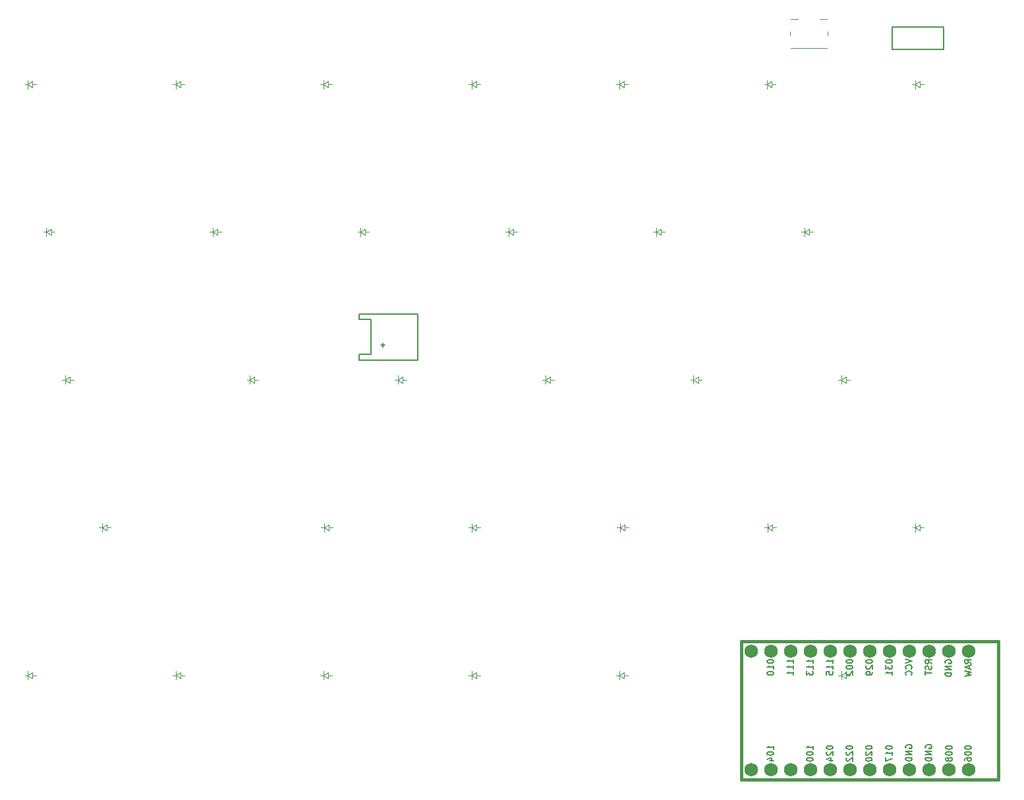
<source format=gbr>
%TF.GenerationSoftware,KiCad,Pcbnew,9.0.7*%
%TF.CreationDate,2026-01-20T23:15:53-08:00*%
%TF.ProjectId,left,6c656674-2e6b-4696-9361-645f70636258,v1.0.0*%
%TF.SameCoordinates,Original*%
%TF.FileFunction,Legend,Bot*%
%TF.FilePolarity,Positive*%
%FSLAX46Y46*%
G04 Gerber Fmt 4.6, Leading zero omitted, Abs format (unit mm)*
G04 Created by KiCad (PCBNEW 9.0.7) date 2026-01-20 23:15:53*
%MOMM*%
%LPD*%
G01*
G04 APERTURE LIST*
%ADD10C,0.150000*%
%ADD11C,0.100000*%
%ADD12C,0.120000*%
%ADD13C,0.381000*%
%ADD14C,1.752600*%
G04 APERTURE END LIST*
D10*
X204787295Y-155737190D02*
X204787295Y-155813380D01*
X204787295Y-155813380D02*
X204825390Y-155889571D01*
X204825390Y-155889571D02*
X204863485Y-155927666D01*
X204863485Y-155927666D02*
X204939676Y-155965761D01*
X204939676Y-155965761D02*
X205092057Y-156003856D01*
X205092057Y-156003856D02*
X205282533Y-156003856D01*
X205282533Y-156003856D02*
X205434914Y-155965761D01*
X205434914Y-155965761D02*
X205511104Y-155927666D01*
X205511104Y-155927666D02*
X205549200Y-155889571D01*
X205549200Y-155889571D02*
X205587295Y-155813380D01*
X205587295Y-155813380D02*
X205587295Y-155737190D01*
X205587295Y-155737190D02*
X205549200Y-155660999D01*
X205549200Y-155660999D02*
X205511104Y-155622904D01*
X205511104Y-155622904D02*
X205434914Y-155584809D01*
X205434914Y-155584809D02*
X205282533Y-155546713D01*
X205282533Y-155546713D02*
X205092057Y-155546713D01*
X205092057Y-155546713D02*
X204939676Y-155584809D01*
X204939676Y-155584809D02*
X204863485Y-155622904D01*
X204863485Y-155622904D02*
X204825390Y-155660999D01*
X204825390Y-155660999D02*
X204787295Y-155737190D01*
X204863485Y-156308618D02*
X204825390Y-156346714D01*
X204825390Y-156346714D02*
X204787295Y-156422904D01*
X204787295Y-156422904D02*
X204787295Y-156613380D01*
X204787295Y-156613380D02*
X204825390Y-156689571D01*
X204825390Y-156689571D02*
X204863485Y-156727666D01*
X204863485Y-156727666D02*
X204939676Y-156765761D01*
X204939676Y-156765761D02*
X205015866Y-156765761D01*
X205015866Y-156765761D02*
X205130152Y-156727666D01*
X205130152Y-156727666D02*
X205587295Y-156270523D01*
X205587295Y-156270523D02*
X205587295Y-156765761D01*
X204863485Y-157070523D02*
X204825390Y-157108619D01*
X204825390Y-157108619D02*
X204787295Y-157184809D01*
X204787295Y-157184809D02*
X204787295Y-157375285D01*
X204787295Y-157375285D02*
X204825390Y-157451476D01*
X204825390Y-157451476D02*
X204863485Y-157489571D01*
X204863485Y-157489571D02*
X204939676Y-157527666D01*
X204939676Y-157527666D02*
X205015866Y-157527666D01*
X205015866Y-157527666D02*
X205130152Y-157489571D01*
X205130152Y-157489571D02*
X205587295Y-157032428D01*
X205587295Y-157032428D02*
X205587295Y-157527666D01*
X217587295Y-155737190D02*
X217587295Y-155813380D01*
X217587295Y-155813380D02*
X217625390Y-155889571D01*
X217625390Y-155889571D02*
X217663485Y-155927666D01*
X217663485Y-155927666D02*
X217739676Y-155965761D01*
X217739676Y-155965761D02*
X217892057Y-156003856D01*
X217892057Y-156003856D02*
X218082533Y-156003856D01*
X218082533Y-156003856D02*
X218234914Y-155965761D01*
X218234914Y-155965761D02*
X218311104Y-155927666D01*
X218311104Y-155927666D02*
X218349200Y-155889571D01*
X218349200Y-155889571D02*
X218387295Y-155813380D01*
X218387295Y-155813380D02*
X218387295Y-155737190D01*
X218387295Y-155737190D02*
X218349200Y-155660999D01*
X218349200Y-155660999D02*
X218311104Y-155622904D01*
X218311104Y-155622904D02*
X218234914Y-155584809D01*
X218234914Y-155584809D02*
X218082533Y-155546713D01*
X218082533Y-155546713D02*
X217892057Y-155546713D01*
X217892057Y-155546713D02*
X217739676Y-155584809D01*
X217739676Y-155584809D02*
X217663485Y-155622904D01*
X217663485Y-155622904D02*
X217625390Y-155660999D01*
X217625390Y-155660999D02*
X217587295Y-155737190D01*
X217587295Y-156499095D02*
X217587295Y-156575285D01*
X217587295Y-156575285D02*
X217625390Y-156651476D01*
X217625390Y-156651476D02*
X217663485Y-156689571D01*
X217663485Y-156689571D02*
X217739676Y-156727666D01*
X217739676Y-156727666D02*
X217892057Y-156765761D01*
X217892057Y-156765761D02*
X218082533Y-156765761D01*
X218082533Y-156765761D02*
X218234914Y-156727666D01*
X218234914Y-156727666D02*
X218311104Y-156689571D01*
X218311104Y-156689571D02*
X218349200Y-156651476D01*
X218349200Y-156651476D02*
X218387295Y-156575285D01*
X218387295Y-156575285D02*
X218387295Y-156499095D01*
X218387295Y-156499095D02*
X218349200Y-156422904D01*
X218349200Y-156422904D02*
X218311104Y-156384809D01*
X218311104Y-156384809D02*
X218234914Y-156346714D01*
X218234914Y-156346714D02*
X218082533Y-156308618D01*
X218082533Y-156308618D02*
X217892057Y-156308618D01*
X217892057Y-156308618D02*
X217739676Y-156346714D01*
X217739676Y-156346714D02*
X217663485Y-156384809D01*
X217663485Y-156384809D02*
X217625390Y-156422904D01*
X217625390Y-156422904D02*
X217587295Y-156499095D01*
X217930152Y-157222904D02*
X217892057Y-157146714D01*
X217892057Y-157146714D02*
X217853961Y-157108619D01*
X217853961Y-157108619D02*
X217777771Y-157070523D01*
X217777771Y-157070523D02*
X217739676Y-157070523D01*
X217739676Y-157070523D02*
X217663485Y-157108619D01*
X217663485Y-157108619D02*
X217625390Y-157146714D01*
X217625390Y-157146714D02*
X217587295Y-157222904D01*
X217587295Y-157222904D02*
X217587295Y-157375285D01*
X217587295Y-157375285D02*
X217625390Y-157451476D01*
X217625390Y-157451476D02*
X217663485Y-157489571D01*
X217663485Y-157489571D02*
X217739676Y-157527666D01*
X217739676Y-157527666D02*
X217777771Y-157527666D01*
X217777771Y-157527666D02*
X217853961Y-157489571D01*
X217853961Y-157489571D02*
X217892057Y-157451476D01*
X217892057Y-157451476D02*
X217930152Y-157375285D01*
X217930152Y-157375285D02*
X217930152Y-157222904D01*
X217930152Y-157222904D02*
X217968247Y-157146714D01*
X217968247Y-157146714D02*
X218006342Y-157108619D01*
X218006342Y-157108619D02*
X218082533Y-157070523D01*
X218082533Y-157070523D02*
X218234914Y-157070523D01*
X218234914Y-157070523D02*
X218311104Y-157108619D01*
X218311104Y-157108619D02*
X218349200Y-157146714D01*
X218349200Y-157146714D02*
X218387295Y-157222904D01*
X218387295Y-157222904D02*
X218387295Y-157375285D01*
X218387295Y-157375285D02*
X218349200Y-157451476D01*
X218349200Y-157451476D02*
X218311104Y-157489571D01*
X218311104Y-157489571D02*
X218234914Y-157527666D01*
X218234914Y-157527666D02*
X218082533Y-157527666D01*
X218082533Y-157527666D02*
X218006342Y-157489571D01*
X218006342Y-157489571D02*
X217968247Y-157451476D01*
X217968247Y-157451476D02*
X217930152Y-157375285D01*
X212437295Y-144396142D02*
X213237295Y-144662809D01*
X213237295Y-144662809D02*
X212437295Y-144929475D01*
X213161104Y-145653285D02*
X213199200Y-145615189D01*
X213199200Y-145615189D02*
X213237295Y-145500904D01*
X213237295Y-145500904D02*
X213237295Y-145424713D01*
X213237295Y-145424713D02*
X213199200Y-145310427D01*
X213199200Y-145310427D02*
X213123009Y-145234237D01*
X213123009Y-145234237D02*
X213046819Y-145196142D01*
X213046819Y-145196142D02*
X212894438Y-145158046D01*
X212894438Y-145158046D02*
X212780152Y-145158046D01*
X212780152Y-145158046D02*
X212627771Y-145196142D01*
X212627771Y-145196142D02*
X212551580Y-145234237D01*
X212551580Y-145234237D02*
X212475390Y-145310427D01*
X212475390Y-145310427D02*
X212437295Y-145424713D01*
X212437295Y-145424713D02*
X212437295Y-145500904D01*
X212437295Y-145500904D02*
X212475390Y-145615189D01*
X212475390Y-145615189D02*
X212513485Y-145653285D01*
X213161104Y-146453285D02*
X213199200Y-146415189D01*
X213199200Y-146415189D02*
X213237295Y-146300904D01*
X213237295Y-146300904D02*
X213237295Y-146224713D01*
X213237295Y-146224713D02*
X213199200Y-146110427D01*
X213199200Y-146110427D02*
X213123009Y-146034237D01*
X213123009Y-146034237D02*
X213046819Y-145996142D01*
X213046819Y-145996142D02*
X212894438Y-145958046D01*
X212894438Y-145958046D02*
X212780152Y-145958046D01*
X212780152Y-145958046D02*
X212627771Y-145996142D01*
X212627771Y-145996142D02*
X212551580Y-146034237D01*
X212551580Y-146034237D02*
X212475390Y-146110427D01*
X212475390Y-146110427D02*
X212437295Y-146224713D01*
X212437295Y-146224713D02*
X212437295Y-146300904D01*
X212437295Y-146300904D02*
X212475390Y-146415189D01*
X212475390Y-146415189D02*
X212513485Y-146453285D01*
X194657295Y-144662809D02*
X194657295Y-144738999D01*
X194657295Y-144738999D02*
X194695390Y-144815190D01*
X194695390Y-144815190D02*
X194733485Y-144853285D01*
X194733485Y-144853285D02*
X194809676Y-144891380D01*
X194809676Y-144891380D02*
X194962057Y-144929475D01*
X194962057Y-144929475D02*
X195152533Y-144929475D01*
X195152533Y-144929475D02*
X195304914Y-144891380D01*
X195304914Y-144891380D02*
X195381104Y-144853285D01*
X195381104Y-144853285D02*
X195419200Y-144815190D01*
X195419200Y-144815190D02*
X195457295Y-144738999D01*
X195457295Y-144738999D02*
X195457295Y-144662809D01*
X195457295Y-144662809D02*
X195419200Y-144586618D01*
X195419200Y-144586618D02*
X195381104Y-144548523D01*
X195381104Y-144548523D02*
X195304914Y-144510428D01*
X195304914Y-144510428D02*
X195152533Y-144472332D01*
X195152533Y-144472332D02*
X194962057Y-144472332D01*
X194962057Y-144472332D02*
X194809676Y-144510428D01*
X194809676Y-144510428D02*
X194733485Y-144548523D01*
X194733485Y-144548523D02*
X194695390Y-144586618D01*
X194695390Y-144586618D02*
X194657295Y-144662809D01*
X195457295Y-145691380D02*
X195457295Y-145234237D01*
X195457295Y-145462809D02*
X194657295Y-145462809D01*
X194657295Y-145462809D02*
X194771580Y-145386618D01*
X194771580Y-145386618D02*
X194847771Y-145310428D01*
X194847771Y-145310428D02*
X194885866Y-145234237D01*
X194657295Y-146186619D02*
X194657295Y-146262809D01*
X194657295Y-146262809D02*
X194695390Y-146339000D01*
X194695390Y-146339000D02*
X194733485Y-146377095D01*
X194733485Y-146377095D02*
X194809676Y-146415190D01*
X194809676Y-146415190D02*
X194962057Y-146453285D01*
X194962057Y-146453285D02*
X195152533Y-146453285D01*
X195152533Y-146453285D02*
X195304914Y-146415190D01*
X195304914Y-146415190D02*
X195381104Y-146377095D01*
X195381104Y-146377095D02*
X195419200Y-146339000D01*
X195419200Y-146339000D02*
X195457295Y-146262809D01*
X195457295Y-146262809D02*
X195457295Y-146186619D01*
X195457295Y-146186619D02*
X195419200Y-146110428D01*
X195419200Y-146110428D02*
X195381104Y-146072333D01*
X195381104Y-146072333D02*
X195304914Y-146034238D01*
X195304914Y-146034238D02*
X195152533Y-145996142D01*
X195152533Y-145996142D02*
X194962057Y-145996142D01*
X194962057Y-145996142D02*
X194809676Y-146034238D01*
X194809676Y-146034238D02*
X194733485Y-146072333D01*
X194733485Y-146072333D02*
X194695390Y-146110428D01*
X194695390Y-146110428D02*
X194657295Y-146186619D01*
X202277295Y-155737190D02*
X202277295Y-155813380D01*
X202277295Y-155813380D02*
X202315390Y-155889571D01*
X202315390Y-155889571D02*
X202353485Y-155927666D01*
X202353485Y-155927666D02*
X202429676Y-155965761D01*
X202429676Y-155965761D02*
X202582057Y-156003856D01*
X202582057Y-156003856D02*
X202772533Y-156003856D01*
X202772533Y-156003856D02*
X202924914Y-155965761D01*
X202924914Y-155965761D02*
X203001104Y-155927666D01*
X203001104Y-155927666D02*
X203039200Y-155889571D01*
X203039200Y-155889571D02*
X203077295Y-155813380D01*
X203077295Y-155813380D02*
X203077295Y-155737190D01*
X203077295Y-155737190D02*
X203039200Y-155660999D01*
X203039200Y-155660999D02*
X203001104Y-155622904D01*
X203001104Y-155622904D02*
X202924914Y-155584809D01*
X202924914Y-155584809D02*
X202772533Y-155546713D01*
X202772533Y-155546713D02*
X202582057Y-155546713D01*
X202582057Y-155546713D02*
X202429676Y-155584809D01*
X202429676Y-155584809D02*
X202353485Y-155622904D01*
X202353485Y-155622904D02*
X202315390Y-155660999D01*
X202315390Y-155660999D02*
X202277295Y-155737190D01*
X202353485Y-156308618D02*
X202315390Y-156346714D01*
X202315390Y-156346714D02*
X202277295Y-156422904D01*
X202277295Y-156422904D02*
X202277295Y-156613380D01*
X202277295Y-156613380D02*
X202315390Y-156689571D01*
X202315390Y-156689571D02*
X202353485Y-156727666D01*
X202353485Y-156727666D02*
X202429676Y-156765761D01*
X202429676Y-156765761D02*
X202505866Y-156765761D01*
X202505866Y-156765761D02*
X202620152Y-156727666D01*
X202620152Y-156727666D02*
X203077295Y-156270523D01*
X203077295Y-156270523D02*
X203077295Y-156765761D01*
X202543961Y-157451476D02*
X203077295Y-157451476D01*
X202239200Y-157261000D02*
X202810628Y-157070523D01*
X202810628Y-157070523D02*
X202810628Y-157565762D01*
X197997295Y-144929475D02*
X197997295Y-144472332D01*
X197997295Y-144700904D02*
X197197295Y-144700904D01*
X197197295Y-144700904D02*
X197311580Y-144624713D01*
X197311580Y-144624713D02*
X197387771Y-144548523D01*
X197387771Y-144548523D02*
X197425866Y-144472332D01*
X197997295Y-145691380D02*
X197997295Y-145234237D01*
X197997295Y-145462809D02*
X197197295Y-145462809D01*
X197197295Y-145462809D02*
X197311580Y-145386618D01*
X197311580Y-145386618D02*
X197387771Y-145310428D01*
X197387771Y-145310428D02*
X197425866Y-145234237D01*
X197997295Y-146453285D02*
X197997295Y-145996142D01*
X197997295Y-146224714D02*
X197197295Y-146224714D01*
X197197295Y-146224714D02*
X197311580Y-146148523D01*
X197311580Y-146148523D02*
X197387771Y-146072333D01*
X197387771Y-146072333D02*
X197425866Y-145996142D01*
X209897295Y-144662809D02*
X209897295Y-144738999D01*
X209897295Y-144738999D02*
X209935390Y-144815190D01*
X209935390Y-144815190D02*
X209973485Y-144853285D01*
X209973485Y-144853285D02*
X210049676Y-144891380D01*
X210049676Y-144891380D02*
X210202057Y-144929475D01*
X210202057Y-144929475D02*
X210392533Y-144929475D01*
X210392533Y-144929475D02*
X210544914Y-144891380D01*
X210544914Y-144891380D02*
X210621104Y-144853285D01*
X210621104Y-144853285D02*
X210659200Y-144815190D01*
X210659200Y-144815190D02*
X210697295Y-144738999D01*
X210697295Y-144738999D02*
X210697295Y-144662809D01*
X210697295Y-144662809D02*
X210659200Y-144586618D01*
X210659200Y-144586618D02*
X210621104Y-144548523D01*
X210621104Y-144548523D02*
X210544914Y-144510428D01*
X210544914Y-144510428D02*
X210392533Y-144472332D01*
X210392533Y-144472332D02*
X210202057Y-144472332D01*
X210202057Y-144472332D02*
X210049676Y-144510428D01*
X210049676Y-144510428D02*
X209973485Y-144548523D01*
X209973485Y-144548523D02*
X209935390Y-144586618D01*
X209935390Y-144586618D02*
X209897295Y-144662809D01*
X209897295Y-145196142D02*
X209897295Y-145691380D01*
X209897295Y-145691380D02*
X210202057Y-145424714D01*
X210202057Y-145424714D02*
X210202057Y-145538999D01*
X210202057Y-145538999D02*
X210240152Y-145615190D01*
X210240152Y-145615190D02*
X210278247Y-145653285D01*
X210278247Y-145653285D02*
X210354438Y-145691380D01*
X210354438Y-145691380D02*
X210544914Y-145691380D01*
X210544914Y-145691380D02*
X210621104Y-145653285D01*
X210621104Y-145653285D02*
X210659200Y-145615190D01*
X210659200Y-145615190D02*
X210697295Y-145538999D01*
X210697295Y-145538999D02*
X210697295Y-145310428D01*
X210697295Y-145310428D02*
X210659200Y-145234237D01*
X210659200Y-145234237D02*
X210621104Y-145196142D01*
X210697295Y-146453285D02*
X210697295Y-145996142D01*
X210697295Y-146224714D02*
X209897295Y-146224714D01*
X209897295Y-146224714D02*
X210011580Y-146148523D01*
X210011580Y-146148523D02*
X210087771Y-146072333D01*
X210087771Y-146072333D02*
X210125866Y-145996142D01*
X207287295Y-155737190D02*
X207287295Y-155813380D01*
X207287295Y-155813380D02*
X207325390Y-155889571D01*
X207325390Y-155889571D02*
X207363485Y-155927666D01*
X207363485Y-155927666D02*
X207439676Y-155965761D01*
X207439676Y-155965761D02*
X207592057Y-156003856D01*
X207592057Y-156003856D02*
X207782533Y-156003856D01*
X207782533Y-156003856D02*
X207934914Y-155965761D01*
X207934914Y-155965761D02*
X208011104Y-155927666D01*
X208011104Y-155927666D02*
X208049200Y-155889571D01*
X208049200Y-155889571D02*
X208087295Y-155813380D01*
X208087295Y-155813380D02*
X208087295Y-155737190D01*
X208087295Y-155737190D02*
X208049200Y-155660999D01*
X208049200Y-155660999D02*
X208011104Y-155622904D01*
X208011104Y-155622904D02*
X207934914Y-155584809D01*
X207934914Y-155584809D02*
X207782533Y-155546713D01*
X207782533Y-155546713D02*
X207592057Y-155546713D01*
X207592057Y-155546713D02*
X207439676Y-155584809D01*
X207439676Y-155584809D02*
X207363485Y-155622904D01*
X207363485Y-155622904D02*
X207325390Y-155660999D01*
X207325390Y-155660999D02*
X207287295Y-155737190D01*
X207363485Y-156308618D02*
X207325390Y-156346714D01*
X207325390Y-156346714D02*
X207287295Y-156422904D01*
X207287295Y-156422904D02*
X207287295Y-156613380D01*
X207287295Y-156613380D02*
X207325390Y-156689571D01*
X207325390Y-156689571D02*
X207363485Y-156727666D01*
X207363485Y-156727666D02*
X207439676Y-156765761D01*
X207439676Y-156765761D02*
X207515866Y-156765761D01*
X207515866Y-156765761D02*
X207630152Y-156727666D01*
X207630152Y-156727666D02*
X208087295Y-156270523D01*
X208087295Y-156270523D02*
X208087295Y-156765761D01*
X207287295Y-157261000D02*
X207287295Y-157337190D01*
X207287295Y-157337190D02*
X207325390Y-157413381D01*
X207325390Y-157413381D02*
X207363485Y-157451476D01*
X207363485Y-157451476D02*
X207439676Y-157489571D01*
X207439676Y-157489571D02*
X207592057Y-157527666D01*
X207592057Y-157527666D02*
X207782533Y-157527666D01*
X207782533Y-157527666D02*
X207934914Y-157489571D01*
X207934914Y-157489571D02*
X208011104Y-157451476D01*
X208011104Y-157451476D02*
X208049200Y-157413381D01*
X208049200Y-157413381D02*
X208087295Y-157337190D01*
X208087295Y-157337190D02*
X208087295Y-157261000D01*
X208087295Y-157261000D02*
X208049200Y-157184809D01*
X208049200Y-157184809D02*
X208011104Y-157146714D01*
X208011104Y-157146714D02*
X207934914Y-157108619D01*
X207934914Y-157108619D02*
X207782533Y-157070523D01*
X207782533Y-157070523D02*
X207592057Y-157070523D01*
X207592057Y-157070523D02*
X207439676Y-157108619D01*
X207439676Y-157108619D02*
X207363485Y-157146714D01*
X207363485Y-157146714D02*
X207325390Y-157184809D01*
X207325390Y-157184809D02*
X207287295Y-157261000D01*
X200537295Y-144929475D02*
X200537295Y-144472332D01*
X200537295Y-144700904D02*
X199737295Y-144700904D01*
X199737295Y-144700904D02*
X199851580Y-144624713D01*
X199851580Y-144624713D02*
X199927771Y-144548523D01*
X199927771Y-144548523D02*
X199965866Y-144472332D01*
X200537295Y-145691380D02*
X200537295Y-145234237D01*
X200537295Y-145462809D02*
X199737295Y-145462809D01*
X199737295Y-145462809D02*
X199851580Y-145386618D01*
X199851580Y-145386618D02*
X199927771Y-145310428D01*
X199927771Y-145310428D02*
X199965866Y-145234237D01*
X199737295Y-145958047D02*
X199737295Y-146453285D01*
X199737295Y-146453285D02*
X200042057Y-146186619D01*
X200042057Y-146186619D02*
X200042057Y-146300904D01*
X200042057Y-146300904D02*
X200080152Y-146377095D01*
X200080152Y-146377095D02*
X200118247Y-146415190D01*
X200118247Y-146415190D02*
X200194438Y-146453285D01*
X200194438Y-146453285D02*
X200384914Y-146453285D01*
X200384914Y-146453285D02*
X200461104Y-146415190D01*
X200461104Y-146415190D02*
X200499200Y-146377095D01*
X200499200Y-146377095D02*
X200537295Y-146300904D01*
X200537295Y-146300904D02*
X200537295Y-146072333D01*
X200537295Y-146072333D02*
X200499200Y-145996142D01*
X200499200Y-145996142D02*
X200461104Y-145958047D01*
X209887295Y-155737190D02*
X209887295Y-155813380D01*
X209887295Y-155813380D02*
X209925390Y-155889571D01*
X209925390Y-155889571D02*
X209963485Y-155927666D01*
X209963485Y-155927666D02*
X210039676Y-155965761D01*
X210039676Y-155965761D02*
X210192057Y-156003856D01*
X210192057Y-156003856D02*
X210382533Y-156003856D01*
X210382533Y-156003856D02*
X210534914Y-155965761D01*
X210534914Y-155965761D02*
X210611104Y-155927666D01*
X210611104Y-155927666D02*
X210649200Y-155889571D01*
X210649200Y-155889571D02*
X210687295Y-155813380D01*
X210687295Y-155813380D02*
X210687295Y-155737190D01*
X210687295Y-155737190D02*
X210649200Y-155660999D01*
X210649200Y-155660999D02*
X210611104Y-155622904D01*
X210611104Y-155622904D02*
X210534914Y-155584809D01*
X210534914Y-155584809D02*
X210382533Y-155546713D01*
X210382533Y-155546713D02*
X210192057Y-155546713D01*
X210192057Y-155546713D02*
X210039676Y-155584809D01*
X210039676Y-155584809D02*
X209963485Y-155622904D01*
X209963485Y-155622904D02*
X209925390Y-155660999D01*
X209925390Y-155660999D02*
X209887295Y-155737190D01*
X210687295Y-156765761D02*
X210687295Y-156308618D01*
X210687295Y-156537190D02*
X209887295Y-156537190D01*
X209887295Y-156537190D02*
X210001580Y-156460999D01*
X210001580Y-156460999D02*
X210077771Y-156384809D01*
X210077771Y-156384809D02*
X210115866Y-156308618D01*
X209887295Y-157032428D02*
X209887295Y-157565762D01*
X209887295Y-157565762D02*
X210687295Y-157222904D01*
X195457295Y-156003856D02*
X195457295Y-155546713D01*
X195457295Y-155775285D02*
X194657295Y-155775285D01*
X194657295Y-155775285D02*
X194771580Y-155699094D01*
X194771580Y-155699094D02*
X194847771Y-155622904D01*
X194847771Y-155622904D02*
X194885866Y-155546713D01*
X194657295Y-156499095D02*
X194657295Y-156575285D01*
X194657295Y-156575285D02*
X194695390Y-156651476D01*
X194695390Y-156651476D02*
X194733485Y-156689571D01*
X194733485Y-156689571D02*
X194809676Y-156727666D01*
X194809676Y-156727666D02*
X194962057Y-156765761D01*
X194962057Y-156765761D02*
X195152533Y-156765761D01*
X195152533Y-156765761D02*
X195304914Y-156727666D01*
X195304914Y-156727666D02*
X195381104Y-156689571D01*
X195381104Y-156689571D02*
X195419200Y-156651476D01*
X195419200Y-156651476D02*
X195457295Y-156575285D01*
X195457295Y-156575285D02*
X195457295Y-156499095D01*
X195457295Y-156499095D02*
X195419200Y-156422904D01*
X195419200Y-156422904D02*
X195381104Y-156384809D01*
X195381104Y-156384809D02*
X195304914Y-156346714D01*
X195304914Y-156346714D02*
X195152533Y-156308618D01*
X195152533Y-156308618D02*
X194962057Y-156308618D01*
X194962057Y-156308618D02*
X194809676Y-156346714D01*
X194809676Y-156346714D02*
X194733485Y-156384809D01*
X194733485Y-156384809D02*
X194695390Y-156422904D01*
X194695390Y-156422904D02*
X194657295Y-156499095D01*
X194923961Y-157451476D02*
X195457295Y-157451476D01*
X194619200Y-157261000D02*
X195190628Y-157070523D01*
X195190628Y-157070523D02*
X195190628Y-157565762D01*
X215015390Y-155851476D02*
X214977295Y-155775286D01*
X214977295Y-155775286D02*
X214977295Y-155661000D01*
X214977295Y-155661000D02*
X215015390Y-155546714D01*
X215015390Y-155546714D02*
X215091580Y-155470524D01*
X215091580Y-155470524D02*
X215167771Y-155432429D01*
X215167771Y-155432429D02*
X215320152Y-155394333D01*
X215320152Y-155394333D02*
X215434438Y-155394333D01*
X215434438Y-155394333D02*
X215586819Y-155432429D01*
X215586819Y-155432429D02*
X215663009Y-155470524D01*
X215663009Y-155470524D02*
X215739200Y-155546714D01*
X215739200Y-155546714D02*
X215777295Y-155661000D01*
X215777295Y-155661000D02*
X215777295Y-155737191D01*
X215777295Y-155737191D02*
X215739200Y-155851476D01*
X215739200Y-155851476D02*
X215701104Y-155889572D01*
X215701104Y-155889572D02*
X215434438Y-155889572D01*
X215434438Y-155889572D02*
X215434438Y-155737191D01*
X215777295Y-156232429D02*
X214977295Y-156232429D01*
X214977295Y-156232429D02*
X215777295Y-156689572D01*
X215777295Y-156689572D02*
X214977295Y-156689572D01*
X215777295Y-157070524D02*
X214977295Y-157070524D01*
X214977295Y-157070524D02*
X214977295Y-157261000D01*
X214977295Y-157261000D02*
X215015390Y-157375286D01*
X215015390Y-157375286D02*
X215091580Y-157451476D01*
X215091580Y-157451476D02*
X215167771Y-157489571D01*
X215167771Y-157489571D02*
X215320152Y-157527667D01*
X215320152Y-157527667D02*
X215434438Y-157527667D01*
X215434438Y-157527667D02*
X215586819Y-157489571D01*
X215586819Y-157489571D02*
X215663009Y-157451476D01*
X215663009Y-157451476D02*
X215739200Y-157375286D01*
X215739200Y-157375286D02*
X215777295Y-157261000D01*
X215777295Y-157261000D02*
X215777295Y-157070524D01*
X203077295Y-144929475D02*
X203077295Y-144472332D01*
X203077295Y-144700904D02*
X202277295Y-144700904D01*
X202277295Y-144700904D02*
X202391580Y-144624713D01*
X202391580Y-144624713D02*
X202467771Y-144548523D01*
X202467771Y-144548523D02*
X202505866Y-144472332D01*
X203077295Y-145691380D02*
X203077295Y-145234237D01*
X203077295Y-145462809D02*
X202277295Y-145462809D01*
X202277295Y-145462809D02*
X202391580Y-145386618D01*
X202391580Y-145386618D02*
X202467771Y-145310428D01*
X202467771Y-145310428D02*
X202505866Y-145234237D01*
X202277295Y-146415190D02*
X202277295Y-146034238D01*
X202277295Y-146034238D02*
X202658247Y-145996142D01*
X202658247Y-145996142D02*
X202620152Y-146034238D01*
X202620152Y-146034238D02*
X202582057Y-146110428D01*
X202582057Y-146110428D02*
X202582057Y-146300904D01*
X202582057Y-146300904D02*
X202620152Y-146377095D01*
X202620152Y-146377095D02*
X202658247Y-146415190D01*
X202658247Y-146415190D02*
X202734438Y-146453285D01*
X202734438Y-146453285D02*
X202924914Y-146453285D01*
X202924914Y-146453285D02*
X203001104Y-146415190D01*
X203001104Y-146415190D02*
X203039200Y-146377095D01*
X203039200Y-146377095D02*
X203077295Y-146300904D01*
X203077295Y-146300904D02*
X203077295Y-146110428D01*
X203077295Y-146110428D02*
X203039200Y-146034238D01*
X203039200Y-146034238D02*
X203001104Y-145996142D01*
X220857295Y-144973904D02*
X220476342Y-144707237D01*
X220857295Y-144516761D02*
X220057295Y-144516761D01*
X220057295Y-144516761D02*
X220057295Y-144821523D01*
X220057295Y-144821523D02*
X220095390Y-144897713D01*
X220095390Y-144897713D02*
X220133485Y-144935808D01*
X220133485Y-144935808D02*
X220209676Y-144973904D01*
X220209676Y-144973904D02*
X220323961Y-144973904D01*
X220323961Y-144973904D02*
X220400152Y-144935808D01*
X220400152Y-144935808D02*
X220438247Y-144897713D01*
X220438247Y-144897713D02*
X220476342Y-144821523D01*
X220476342Y-144821523D02*
X220476342Y-144516761D01*
X220628723Y-145278665D02*
X220628723Y-145659618D01*
X220857295Y-145202475D02*
X220057295Y-145469142D01*
X220057295Y-145469142D02*
X220857295Y-145735808D01*
X220057295Y-145926284D02*
X220857295Y-146116760D01*
X220857295Y-146116760D02*
X220285866Y-146269141D01*
X220285866Y-146269141D02*
X220857295Y-146421522D01*
X220857295Y-146421522D02*
X220057295Y-146611999D01*
X215777295Y-144973905D02*
X215396342Y-144707238D01*
X215777295Y-144516762D02*
X214977295Y-144516762D01*
X214977295Y-144516762D02*
X214977295Y-144821524D01*
X214977295Y-144821524D02*
X215015390Y-144897714D01*
X215015390Y-144897714D02*
X215053485Y-144935809D01*
X215053485Y-144935809D02*
X215129676Y-144973905D01*
X215129676Y-144973905D02*
X215243961Y-144973905D01*
X215243961Y-144973905D02*
X215320152Y-144935809D01*
X215320152Y-144935809D02*
X215358247Y-144897714D01*
X215358247Y-144897714D02*
X215396342Y-144821524D01*
X215396342Y-144821524D02*
X215396342Y-144516762D01*
X215739200Y-145278666D02*
X215777295Y-145392952D01*
X215777295Y-145392952D02*
X215777295Y-145583428D01*
X215777295Y-145583428D02*
X215739200Y-145659619D01*
X215739200Y-145659619D02*
X215701104Y-145697714D01*
X215701104Y-145697714D02*
X215624914Y-145735809D01*
X215624914Y-145735809D02*
X215548723Y-145735809D01*
X215548723Y-145735809D02*
X215472533Y-145697714D01*
X215472533Y-145697714D02*
X215434438Y-145659619D01*
X215434438Y-145659619D02*
X215396342Y-145583428D01*
X215396342Y-145583428D02*
X215358247Y-145431047D01*
X215358247Y-145431047D02*
X215320152Y-145354857D01*
X215320152Y-145354857D02*
X215282057Y-145316762D01*
X215282057Y-145316762D02*
X215205866Y-145278666D01*
X215205866Y-145278666D02*
X215129676Y-145278666D01*
X215129676Y-145278666D02*
X215053485Y-145316762D01*
X215053485Y-145316762D02*
X215015390Y-145354857D01*
X215015390Y-145354857D02*
X214977295Y-145431047D01*
X214977295Y-145431047D02*
X214977295Y-145621524D01*
X214977295Y-145621524D02*
X215015390Y-145735809D01*
X214977295Y-145964381D02*
X214977295Y-146421524D01*
X215777295Y-146192952D02*
X214977295Y-146192952D01*
X217555390Y-144935809D02*
X217517295Y-144859619D01*
X217517295Y-144859619D02*
X217517295Y-144745333D01*
X217517295Y-144745333D02*
X217555390Y-144631047D01*
X217555390Y-144631047D02*
X217631580Y-144554857D01*
X217631580Y-144554857D02*
X217707771Y-144516762D01*
X217707771Y-144516762D02*
X217860152Y-144478666D01*
X217860152Y-144478666D02*
X217974438Y-144478666D01*
X217974438Y-144478666D02*
X218126819Y-144516762D01*
X218126819Y-144516762D02*
X218203009Y-144554857D01*
X218203009Y-144554857D02*
X218279200Y-144631047D01*
X218279200Y-144631047D02*
X218317295Y-144745333D01*
X218317295Y-144745333D02*
X218317295Y-144821524D01*
X218317295Y-144821524D02*
X218279200Y-144935809D01*
X218279200Y-144935809D02*
X218241104Y-144973905D01*
X218241104Y-144973905D02*
X217974438Y-144973905D01*
X217974438Y-144973905D02*
X217974438Y-144821524D01*
X218317295Y-145316762D02*
X217517295Y-145316762D01*
X217517295Y-145316762D02*
X218317295Y-145773905D01*
X218317295Y-145773905D02*
X217517295Y-145773905D01*
X218317295Y-146154857D02*
X217517295Y-146154857D01*
X217517295Y-146154857D02*
X217517295Y-146345333D01*
X217517295Y-146345333D02*
X217555390Y-146459619D01*
X217555390Y-146459619D02*
X217631580Y-146535809D01*
X217631580Y-146535809D02*
X217707771Y-146573904D01*
X217707771Y-146573904D02*
X217860152Y-146612000D01*
X217860152Y-146612000D02*
X217974438Y-146612000D01*
X217974438Y-146612000D02*
X218126819Y-146573904D01*
X218126819Y-146573904D02*
X218203009Y-146535809D01*
X218203009Y-146535809D02*
X218279200Y-146459619D01*
X218279200Y-146459619D02*
X218317295Y-146345333D01*
X218317295Y-146345333D02*
X218317295Y-146154857D01*
X200537295Y-156003856D02*
X200537295Y-155546713D01*
X200537295Y-155775285D02*
X199737295Y-155775285D01*
X199737295Y-155775285D02*
X199851580Y-155699094D01*
X199851580Y-155699094D02*
X199927771Y-155622904D01*
X199927771Y-155622904D02*
X199965866Y-155546713D01*
X199737295Y-156499095D02*
X199737295Y-156575285D01*
X199737295Y-156575285D02*
X199775390Y-156651476D01*
X199775390Y-156651476D02*
X199813485Y-156689571D01*
X199813485Y-156689571D02*
X199889676Y-156727666D01*
X199889676Y-156727666D02*
X200042057Y-156765761D01*
X200042057Y-156765761D02*
X200232533Y-156765761D01*
X200232533Y-156765761D02*
X200384914Y-156727666D01*
X200384914Y-156727666D02*
X200461104Y-156689571D01*
X200461104Y-156689571D02*
X200499200Y-156651476D01*
X200499200Y-156651476D02*
X200537295Y-156575285D01*
X200537295Y-156575285D02*
X200537295Y-156499095D01*
X200537295Y-156499095D02*
X200499200Y-156422904D01*
X200499200Y-156422904D02*
X200461104Y-156384809D01*
X200461104Y-156384809D02*
X200384914Y-156346714D01*
X200384914Y-156346714D02*
X200232533Y-156308618D01*
X200232533Y-156308618D02*
X200042057Y-156308618D01*
X200042057Y-156308618D02*
X199889676Y-156346714D01*
X199889676Y-156346714D02*
X199813485Y-156384809D01*
X199813485Y-156384809D02*
X199775390Y-156422904D01*
X199775390Y-156422904D02*
X199737295Y-156499095D01*
X199737295Y-157261000D02*
X199737295Y-157337190D01*
X199737295Y-157337190D02*
X199775390Y-157413381D01*
X199775390Y-157413381D02*
X199813485Y-157451476D01*
X199813485Y-157451476D02*
X199889676Y-157489571D01*
X199889676Y-157489571D02*
X200042057Y-157527666D01*
X200042057Y-157527666D02*
X200232533Y-157527666D01*
X200232533Y-157527666D02*
X200384914Y-157489571D01*
X200384914Y-157489571D02*
X200461104Y-157451476D01*
X200461104Y-157451476D02*
X200499200Y-157413381D01*
X200499200Y-157413381D02*
X200537295Y-157337190D01*
X200537295Y-157337190D02*
X200537295Y-157261000D01*
X200537295Y-157261000D02*
X200499200Y-157184809D01*
X200499200Y-157184809D02*
X200461104Y-157146714D01*
X200461104Y-157146714D02*
X200384914Y-157108619D01*
X200384914Y-157108619D02*
X200232533Y-157070523D01*
X200232533Y-157070523D02*
X200042057Y-157070523D01*
X200042057Y-157070523D02*
X199889676Y-157108619D01*
X199889676Y-157108619D02*
X199813485Y-157146714D01*
X199813485Y-157146714D02*
X199775390Y-157184809D01*
X199775390Y-157184809D02*
X199737295Y-157261000D01*
X204817295Y-144662809D02*
X204817295Y-144738999D01*
X204817295Y-144738999D02*
X204855390Y-144815190D01*
X204855390Y-144815190D02*
X204893485Y-144853285D01*
X204893485Y-144853285D02*
X204969676Y-144891380D01*
X204969676Y-144891380D02*
X205122057Y-144929475D01*
X205122057Y-144929475D02*
X205312533Y-144929475D01*
X205312533Y-144929475D02*
X205464914Y-144891380D01*
X205464914Y-144891380D02*
X205541104Y-144853285D01*
X205541104Y-144853285D02*
X205579200Y-144815190D01*
X205579200Y-144815190D02*
X205617295Y-144738999D01*
X205617295Y-144738999D02*
X205617295Y-144662809D01*
X205617295Y-144662809D02*
X205579200Y-144586618D01*
X205579200Y-144586618D02*
X205541104Y-144548523D01*
X205541104Y-144548523D02*
X205464914Y-144510428D01*
X205464914Y-144510428D02*
X205312533Y-144472332D01*
X205312533Y-144472332D02*
X205122057Y-144472332D01*
X205122057Y-144472332D02*
X204969676Y-144510428D01*
X204969676Y-144510428D02*
X204893485Y-144548523D01*
X204893485Y-144548523D02*
X204855390Y-144586618D01*
X204855390Y-144586618D02*
X204817295Y-144662809D01*
X204817295Y-145424714D02*
X204817295Y-145500904D01*
X204817295Y-145500904D02*
X204855390Y-145577095D01*
X204855390Y-145577095D02*
X204893485Y-145615190D01*
X204893485Y-145615190D02*
X204969676Y-145653285D01*
X204969676Y-145653285D02*
X205122057Y-145691380D01*
X205122057Y-145691380D02*
X205312533Y-145691380D01*
X205312533Y-145691380D02*
X205464914Y-145653285D01*
X205464914Y-145653285D02*
X205541104Y-145615190D01*
X205541104Y-145615190D02*
X205579200Y-145577095D01*
X205579200Y-145577095D02*
X205617295Y-145500904D01*
X205617295Y-145500904D02*
X205617295Y-145424714D01*
X205617295Y-145424714D02*
X205579200Y-145348523D01*
X205579200Y-145348523D02*
X205541104Y-145310428D01*
X205541104Y-145310428D02*
X205464914Y-145272333D01*
X205464914Y-145272333D02*
X205312533Y-145234237D01*
X205312533Y-145234237D02*
X205122057Y-145234237D01*
X205122057Y-145234237D02*
X204969676Y-145272333D01*
X204969676Y-145272333D02*
X204893485Y-145310428D01*
X204893485Y-145310428D02*
X204855390Y-145348523D01*
X204855390Y-145348523D02*
X204817295Y-145424714D01*
X204893485Y-145996142D02*
X204855390Y-146034238D01*
X204855390Y-146034238D02*
X204817295Y-146110428D01*
X204817295Y-146110428D02*
X204817295Y-146300904D01*
X204817295Y-146300904D02*
X204855390Y-146377095D01*
X204855390Y-146377095D02*
X204893485Y-146415190D01*
X204893485Y-146415190D02*
X204969676Y-146453285D01*
X204969676Y-146453285D02*
X205045866Y-146453285D01*
X205045866Y-146453285D02*
X205160152Y-146415190D01*
X205160152Y-146415190D02*
X205617295Y-145958047D01*
X205617295Y-145958047D02*
X205617295Y-146453285D01*
X212475390Y-155851476D02*
X212437295Y-155775286D01*
X212437295Y-155775286D02*
X212437295Y-155661000D01*
X212437295Y-155661000D02*
X212475390Y-155546714D01*
X212475390Y-155546714D02*
X212551580Y-155470524D01*
X212551580Y-155470524D02*
X212627771Y-155432429D01*
X212627771Y-155432429D02*
X212780152Y-155394333D01*
X212780152Y-155394333D02*
X212894438Y-155394333D01*
X212894438Y-155394333D02*
X213046819Y-155432429D01*
X213046819Y-155432429D02*
X213123009Y-155470524D01*
X213123009Y-155470524D02*
X213199200Y-155546714D01*
X213199200Y-155546714D02*
X213237295Y-155661000D01*
X213237295Y-155661000D02*
X213237295Y-155737191D01*
X213237295Y-155737191D02*
X213199200Y-155851476D01*
X213199200Y-155851476D02*
X213161104Y-155889572D01*
X213161104Y-155889572D02*
X212894438Y-155889572D01*
X212894438Y-155889572D02*
X212894438Y-155737191D01*
X213237295Y-156232429D02*
X212437295Y-156232429D01*
X212437295Y-156232429D02*
X213237295Y-156689572D01*
X213237295Y-156689572D02*
X212437295Y-156689572D01*
X213237295Y-157070524D02*
X212437295Y-157070524D01*
X212437295Y-157070524D02*
X212437295Y-157261000D01*
X212437295Y-157261000D02*
X212475390Y-157375286D01*
X212475390Y-157375286D02*
X212551580Y-157451476D01*
X212551580Y-157451476D02*
X212627771Y-157489571D01*
X212627771Y-157489571D02*
X212780152Y-157527667D01*
X212780152Y-157527667D02*
X212894438Y-157527667D01*
X212894438Y-157527667D02*
X213046819Y-157489571D01*
X213046819Y-157489571D02*
X213123009Y-157451476D01*
X213123009Y-157451476D02*
X213199200Y-157375286D01*
X213199200Y-157375286D02*
X213237295Y-157261000D01*
X213237295Y-157261000D02*
X213237295Y-157070524D01*
X207357295Y-144662809D02*
X207357295Y-144738999D01*
X207357295Y-144738999D02*
X207395390Y-144815190D01*
X207395390Y-144815190D02*
X207433485Y-144853285D01*
X207433485Y-144853285D02*
X207509676Y-144891380D01*
X207509676Y-144891380D02*
X207662057Y-144929475D01*
X207662057Y-144929475D02*
X207852533Y-144929475D01*
X207852533Y-144929475D02*
X208004914Y-144891380D01*
X208004914Y-144891380D02*
X208081104Y-144853285D01*
X208081104Y-144853285D02*
X208119200Y-144815190D01*
X208119200Y-144815190D02*
X208157295Y-144738999D01*
X208157295Y-144738999D02*
X208157295Y-144662809D01*
X208157295Y-144662809D02*
X208119200Y-144586618D01*
X208119200Y-144586618D02*
X208081104Y-144548523D01*
X208081104Y-144548523D02*
X208004914Y-144510428D01*
X208004914Y-144510428D02*
X207852533Y-144472332D01*
X207852533Y-144472332D02*
X207662057Y-144472332D01*
X207662057Y-144472332D02*
X207509676Y-144510428D01*
X207509676Y-144510428D02*
X207433485Y-144548523D01*
X207433485Y-144548523D02*
X207395390Y-144586618D01*
X207395390Y-144586618D02*
X207357295Y-144662809D01*
X207433485Y-145234237D02*
X207395390Y-145272333D01*
X207395390Y-145272333D02*
X207357295Y-145348523D01*
X207357295Y-145348523D02*
X207357295Y-145538999D01*
X207357295Y-145538999D02*
X207395390Y-145615190D01*
X207395390Y-145615190D02*
X207433485Y-145653285D01*
X207433485Y-145653285D02*
X207509676Y-145691380D01*
X207509676Y-145691380D02*
X207585866Y-145691380D01*
X207585866Y-145691380D02*
X207700152Y-145653285D01*
X207700152Y-145653285D02*
X208157295Y-145196142D01*
X208157295Y-145196142D02*
X208157295Y-145691380D01*
X208157295Y-146072333D02*
X208157295Y-146224714D01*
X208157295Y-146224714D02*
X208119200Y-146300904D01*
X208119200Y-146300904D02*
X208081104Y-146339000D01*
X208081104Y-146339000D02*
X207966819Y-146415190D01*
X207966819Y-146415190D02*
X207814438Y-146453285D01*
X207814438Y-146453285D02*
X207509676Y-146453285D01*
X207509676Y-146453285D02*
X207433485Y-146415190D01*
X207433485Y-146415190D02*
X207395390Y-146377095D01*
X207395390Y-146377095D02*
X207357295Y-146300904D01*
X207357295Y-146300904D02*
X207357295Y-146148523D01*
X207357295Y-146148523D02*
X207395390Y-146072333D01*
X207395390Y-146072333D02*
X207433485Y-146034238D01*
X207433485Y-146034238D02*
X207509676Y-145996142D01*
X207509676Y-145996142D02*
X207700152Y-145996142D01*
X207700152Y-145996142D02*
X207776342Y-146034238D01*
X207776342Y-146034238D02*
X207814438Y-146072333D01*
X207814438Y-146072333D02*
X207852533Y-146148523D01*
X207852533Y-146148523D02*
X207852533Y-146300904D01*
X207852533Y-146300904D02*
X207814438Y-146377095D01*
X207814438Y-146377095D02*
X207776342Y-146415190D01*
X207776342Y-146415190D02*
X207700152Y-146453285D01*
X220057295Y-155737190D02*
X220057295Y-155813380D01*
X220057295Y-155813380D02*
X220095390Y-155889571D01*
X220095390Y-155889571D02*
X220133485Y-155927666D01*
X220133485Y-155927666D02*
X220209676Y-155965761D01*
X220209676Y-155965761D02*
X220362057Y-156003856D01*
X220362057Y-156003856D02*
X220552533Y-156003856D01*
X220552533Y-156003856D02*
X220704914Y-155965761D01*
X220704914Y-155965761D02*
X220781104Y-155927666D01*
X220781104Y-155927666D02*
X220819200Y-155889571D01*
X220819200Y-155889571D02*
X220857295Y-155813380D01*
X220857295Y-155813380D02*
X220857295Y-155737190D01*
X220857295Y-155737190D02*
X220819200Y-155660999D01*
X220819200Y-155660999D02*
X220781104Y-155622904D01*
X220781104Y-155622904D02*
X220704914Y-155584809D01*
X220704914Y-155584809D02*
X220552533Y-155546713D01*
X220552533Y-155546713D02*
X220362057Y-155546713D01*
X220362057Y-155546713D02*
X220209676Y-155584809D01*
X220209676Y-155584809D02*
X220133485Y-155622904D01*
X220133485Y-155622904D02*
X220095390Y-155660999D01*
X220095390Y-155660999D02*
X220057295Y-155737190D01*
X220057295Y-156499095D02*
X220057295Y-156575285D01*
X220057295Y-156575285D02*
X220095390Y-156651476D01*
X220095390Y-156651476D02*
X220133485Y-156689571D01*
X220133485Y-156689571D02*
X220209676Y-156727666D01*
X220209676Y-156727666D02*
X220362057Y-156765761D01*
X220362057Y-156765761D02*
X220552533Y-156765761D01*
X220552533Y-156765761D02*
X220704914Y-156727666D01*
X220704914Y-156727666D02*
X220781104Y-156689571D01*
X220781104Y-156689571D02*
X220819200Y-156651476D01*
X220819200Y-156651476D02*
X220857295Y-156575285D01*
X220857295Y-156575285D02*
X220857295Y-156499095D01*
X220857295Y-156499095D02*
X220819200Y-156422904D01*
X220819200Y-156422904D02*
X220781104Y-156384809D01*
X220781104Y-156384809D02*
X220704914Y-156346714D01*
X220704914Y-156346714D02*
X220552533Y-156308618D01*
X220552533Y-156308618D02*
X220362057Y-156308618D01*
X220362057Y-156308618D02*
X220209676Y-156346714D01*
X220209676Y-156346714D02*
X220133485Y-156384809D01*
X220133485Y-156384809D02*
X220095390Y-156422904D01*
X220095390Y-156422904D02*
X220057295Y-156499095D01*
X220057295Y-157451476D02*
X220057295Y-157299095D01*
X220057295Y-157299095D02*
X220095390Y-157222904D01*
X220095390Y-157222904D02*
X220133485Y-157184809D01*
X220133485Y-157184809D02*
X220247771Y-157108619D01*
X220247771Y-157108619D02*
X220400152Y-157070523D01*
X220400152Y-157070523D02*
X220704914Y-157070523D01*
X220704914Y-157070523D02*
X220781104Y-157108619D01*
X220781104Y-157108619D02*
X220819200Y-157146714D01*
X220819200Y-157146714D02*
X220857295Y-157222904D01*
X220857295Y-157222904D02*
X220857295Y-157375285D01*
X220857295Y-157375285D02*
X220819200Y-157451476D01*
X220819200Y-157451476D02*
X220781104Y-157489571D01*
X220781104Y-157489571D02*
X220704914Y-157527666D01*
X220704914Y-157527666D02*
X220514438Y-157527666D01*
X220514438Y-157527666D02*
X220438247Y-157489571D01*
X220438247Y-157489571D02*
X220400152Y-157451476D01*
X220400152Y-157451476D02*
X220362057Y-157375285D01*
X220362057Y-157375285D02*
X220362057Y-157222904D01*
X220362057Y-157222904D02*
X220400152Y-157146714D01*
X220400152Y-157146714D02*
X220438247Y-157108619D01*
X220438247Y-157108619D02*
X220514438Y-157070523D01*
%TO.C,T1*%
X210700000Y-63150000D02*
X210700000Y-66000000D01*
X210700000Y-66000000D02*
X217300000Y-66000000D01*
X214000000Y-63150000D02*
X210700000Y-63150000D01*
X214000000Y-63150000D02*
X217300000Y-63150000D01*
X215950000Y-63150000D02*
X212050000Y-63150000D01*
X217300000Y-66000000D02*
X217300000Y-63150000D01*
D11*
%TO.C,D28*%
X203775000Y-108500000D02*
X204175000Y-108500000D01*
X204175000Y-108500000D02*
X204175000Y-107950000D01*
X204175000Y-108500000D02*
X204175000Y-109050000D01*
X204175000Y-108500000D02*
X204775000Y-108100000D01*
X204775000Y-108100000D02*
X204775000Y-108900000D01*
X204775000Y-108500000D02*
X205275000Y-108500000D01*
X204775000Y-108900000D02*
X204175000Y-108500000D01*
D10*
%TO.C,JST1*%
X142175000Y-100050000D02*
X142175000Y-100750000D01*
X142175000Y-100750000D02*
X143775000Y-100750000D01*
X142175000Y-105250000D02*
X142175000Y-105950000D01*
X142175000Y-105950000D02*
X149775000Y-105950000D01*
X143775000Y-100750000D02*
X143775000Y-105250000D01*
X143775000Y-105250000D02*
X142175000Y-105250000D01*
X145025000Y-104000000D02*
X145525000Y-104000000D01*
X145275000Y-104250000D02*
X145275000Y-103750000D01*
X149775000Y-100050000D02*
X142175000Y-100050000D01*
X149775000Y-105950000D02*
X149775000Y-100050000D01*
D11*
%TO.C,D15*%
X137250000Y-70500000D02*
X137650000Y-70500000D01*
X137650000Y-70500000D02*
X137650000Y-69950000D01*
X137650000Y-70500000D02*
X137650000Y-71050000D01*
X137650000Y-70500000D02*
X138250000Y-70100000D01*
X138250000Y-70100000D02*
X138250000Y-70900000D01*
X138250000Y-70500000D02*
X138750000Y-70500000D01*
X138250000Y-70900000D02*
X137650000Y-70500000D01*
D12*
%TO.C,B1*%
X197550000Y-64275000D02*
X197550000Y-63725000D01*
X198575000Y-62150000D02*
X197650000Y-62150000D01*
X202350000Y-62150000D02*
X201425000Y-62150000D01*
X202350000Y-65850000D02*
X197650000Y-65850000D01*
X202450000Y-64275000D02*
X202450000Y-63725000D01*
D11*
%TO.C,D24*%
X180012500Y-89500000D02*
X180412500Y-89500000D01*
X180412500Y-89500000D02*
X180412500Y-88950000D01*
X180412500Y-89500000D02*
X180412500Y-90050000D01*
X180412500Y-89500000D02*
X181012500Y-89100000D01*
X181012500Y-89100000D02*
X181012500Y-89900000D01*
X181012500Y-89500000D02*
X181512500Y-89500000D01*
X181012500Y-89900000D02*
X180412500Y-89500000D01*
%TO.C,D27*%
X213300000Y-127500000D02*
X213700000Y-127500000D01*
X213700000Y-127500000D02*
X213700000Y-126950000D01*
X213700000Y-127500000D02*
X213700000Y-128050000D01*
X213700000Y-127500000D02*
X214300000Y-127100000D01*
X214300000Y-127100000D02*
X214300000Y-127900000D01*
X214300000Y-127500000D02*
X214800000Y-127500000D01*
X214300000Y-127900000D02*
X213700000Y-127500000D01*
%TO.C,D29*%
X199012500Y-89500000D02*
X199412500Y-89500000D01*
X199412500Y-89500000D02*
X199412500Y-88950000D01*
X199412500Y-89500000D02*
X199412500Y-90050000D01*
X199412500Y-89500000D02*
X200012500Y-89100000D01*
X200012500Y-89100000D02*
X200012500Y-89900000D01*
X200012500Y-89500000D02*
X200512500Y-89500000D01*
X200012500Y-89900000D02*
X199412500Y-89500000D01*
%TO.C,D13*%
X146775000Y-108500000D02*
X147175000Y-108500000D01*
X147175000Y-108500000D02*
X147175000Y-107950000D01*
X147175000Y-108500000D02*
X147175000Y-109050000D01*
X147175000Y-108500000D02*
X147775000Y-108100000D01*
X147775000Y-108100000D02*
X147775000Y-108900000D01*
X147775000Y-108500000D02*
X148275000Y-108500000D01*
X147775000Y-108900000D02*
X147175000Y-108500000D01*
%TO.C,D23*%
X184775000Y-108500000D02*
X185175000Y-108500000D01*
X185175000Y-108500000D02*
X185175000Y-107950000D01*
X185175000Y-108500000D02*
X185175000Y-109050000D01*
X185175000Y-108500000D02*
X185775000Y-108100000D01*
X185775000Y-108100000D02*
X185775000Y-108900000D01*
X185775000Y-108500000D02*
X186275000Y-108500000D01*
X185775000Y-108900000D02*
X185175000Y-108500000D01*
%TO.C,D14*%
X142012500Y-89500000D02*
X142412500Y-89500000D01*
X142412500Y-89500000D02*
X142412500Y-88950000D01*
X142412500Y-89500000D02*
X142412500Y-90050000D01*
X142412500Y-89500000D02*
X143012500Y-89100000D01*
X143012500Y-89100000D02*
X143012500Y-89900000D01*
X143012500Y-89500000D02*
X143512500Y-89500000D01*
X143012500Y-89900000D02*
X142412500Y-89500000D01*
%TO.C,D31*%
X213250000Y-70500000D02*
X213650000Y-70500000D01*
X213650000Y-70500000D02*
X213650000Y-69950000D01*
X213650000Y-70500000D02*
X213650000Y-71050000D01*
X213650000Y-70500000D02*
X214250000Y-70100000D01*
X214250000Y-70100000D02*
X214250000Y-70900000D01*
X214250000Y-70500000D02*
X214750000Y-70500000D01*
X214250000Y-70900000D02*
X213650000Y-70500000D01*
%TO.C,D10*%
X118250000Y-70500000D02*
X118650000Y-70500000D01*
X118650000Y-70500000D02*
X118650000Y-69950000D01*
X118650000Y-70500000D02*
X118650000Y-71050000D01*
X118650000Y-70500000D02*
X119250000Y-70100000D01*
X119250000Y-70100000D02*
X119250000Y-70900000D01*
X119250000Y-70500000D02*
X119750000Y-70500000D01*
X119250000Y-70900000D02*
X118650000Y-70500000D01*
%TO.C,D30*%
X194250000Y-70500000D02*
X194650000Y-70500000D01*
X194650000Y-70500000D02*
X194650000Y-69950000D01*
X194650000Y-70500000D02*
X194650000Y-71050000D01*
X194650000Y-70500000D02*
X195250000Y-70100000D01*
X195250000Y-70100000D02*
X195250000Y-70900000D01*
X195250000Y-70500000D02*
X195750000Y-70500000D01*
X195250000Y-70900000D02*
X194650000Y-70500000D01*
%TO.C,D22*%
X194300000Y-127500000D02*
X194700000Y-127500000D01*
X194700000Y-127500000D02*
X194700000Y-126950000D01*
X194700000Y-127500000D02*
X194700000Y-128050000D01*
X194700000Y-127500000D02*
X195300000Y-127100000D01*
X195300000Y-127100000D02*
X195300000Y-127900000D01*
X195300000Y-127500000D02*
X195800000Y-127500000D01*
X195300000Y-127900000D02*
X194700000Y-127500000D01*
%TO.C,D3*%
X104012500Y-108500000D02*
X104412500Y-108500000D01*
X104412500Y-108500000D02*
X104412500Y-107950000D01*
X104412500Y-108500000D02*
X104412500Y-109050000D01*
X104412500Y-108500000D02*
X105012500Y-108100000D01*
X105012500Y-108100000D02*
X105012500Y-108900000D01*
X105012500Y-108500000D02*
X105512500Y-108500000D01*
X105012500Y-108900000D02*
X104412500Y-108500000D01*
%TO.C,D5*%
X99250000Y-70500000D02*
X99650000Y-70500000D01*
X99650000Y-70500000D02*
X99650000Y-69950000D01*
X99650000Y-70500000D02*
X99650000Y-71050000D01*
X99650000Y-70500000D02*
X100250000Y-70100000D01*
X100250000Y-70100000D02*
X100250000Y-70900000D01*
X100250000Y-70500000D02*
X100750000Y-70500000D01*
X100250000Y-70900000D02*
X99650000Y-70500000D01*
%TO.C,D2*%
X108775000Y-127500000D02*
X109175000Y-127500000D01*
X109175000Y-127500000D02*
X109175000Y-126950000D01*
X109175000Y-127500000D02*
X109175000Y-128050000D01*
X109175000Y-127500000D02*
X109775000Y-127100000D01*
X109775000Y-127100000D02*
X109775000Y-127900000D01*
X109775000Y-127500000D02*
X110275000Y-127500000D01*
X109775000Y-127900000D02*
X109175000Y-127500000D01*
%TO.C,D17*%
X175300000Y-127500000D02*
X175700000Y-127500000D01*
X175700000Y-127500000D02*
X175700000Y-126950000D01*
X175700000Y-127500000D02*
X175700000Y-128050000D01*
X175700000Y-127500000D02*
X176300000Y-127100000D01*
X176300000Y-127100000D02*
X176300000Y-127900000D01*
X176300000Y-127500000D02*
X176800000Y-127500000D01*
X176300000Y-127900000D02*
X175700000Y-127500000D01*
%TO.C,D11*%
X137250000Y-146500000D02*
X137650000Y-146500000D01*
X137650000Y-146500000D02*
X137650000Y-145950000D01*
X137650000Y-146500000D02*
X137650000Y-147050000D01*
X137650000Y-146500000D02*
X138250000Y-146100000D01*
X138250000Y-146100000D02*
X138250000Y-146900000D01*
X138250000Y-146500000D02*
X138750000Y-146500000D01*
X138250000Y-146900000D02*
X137650000Y-146500000D01*
%TO.C,D18*%
X165775000Y-108500000D02*
X166175000Y-108500000D01*
X166175000Y-108500000D02*
X166175000Y-107950000D01*
X166175000Y-108500000D02*
X166175000Y-109050000D01*
X166175000Y-108500000D02*
X166775000Y-108100000D01*
X166775000Y-108100000D02*
X166775000Y-108900000D01*
X166775000Y-108500000D02*
X167275000Y-108500000D01*
X166775000Y-108900000D02*
X166175000Y-108500000D01*
%TO.C,D12*%
X156300000Y-127500000D02*
X156700000Y-127500000D01*
X156700000Y-127500000D02*
X156700000Y-126950000D01*
X156700000Y-127500000D02*
X156700000Y-128050000D01*
X156700000Y-127500000D02*
X157300000Y-127100000D01*
X157300000Y-127100000D02*
X157300000Y-127900000D01*
X157300000Y-127500000D02*
X157800000Y-127500000D01*
X157300000Y-127900000D02*
X156700000Y-127500000D01*
%TO.C,D20*%
X156250000Y-70500000D02*
X156650000Y-70500000D01*
X156650000Y-70500000D02*
X156650000Y-69950000D01*
X156650000Y-70500000D02*
X156650000Y-71050000D01*
X156650000Y-70500000D02*
X157250000Y-70100000D01*
X157250000Y-70100000D02*
X157250000Y-70900000D01*
X157250000Y-70500000D02*
X157750000Y-70500000D01*
X157250000Y-70900000D02*
X156650000Y-70500000D01*
%TO.C,D16*%
X156250000Y-146500000D02*
X156650000Y-146500000D01*
X156650000Y-146500000D02*
X156650000Y-145950000D01*
X156650000Y-146500000D02*
X156650000Y-147050000D01*
X156650000Y-146500000D02*
X157250000Y-146100000D01*
X157250000Y-146100000D02*
X157250000Y-146900000D01*
X157250000Y-146500000D02*
X157750000Y-146500000D01*
X157250000Y-146900000D02*
X156650000Y-146500000D01*
%TO.C,D21*%
X175250000Y-146500000D02*
X175650000Y-146500000D01*
X175650000Y-146500000D02*
X175650000Y-145950000D01*
X175650000Y-146500000D02*
X175650000Y-147050000D01*
X175650000Y-146500000D02*
X176250000Y-146100000D01*
X176250000Y-146100000D02*
X176250000Y-146900000D01*
X176250000Y-146500000D02*
X176750000Y-146500000D01*
X176250000Y-146900000D02*
X175650000Y-146500000D01*
%TO.C,D8*%
X127775000Y-108500000D02*
X128175000Y-108500000D01*
X128175000Y-108500000D02*
X128175000Y-107950000D01*
X128175000Y-108500000D02*
X128175000Y-109050000D01*
X128175000Y-108500000D02*
X128775000Y-108100000D01*
X128775000Y-108100000D02*
X128775000Y-108900000D01*
X128775000Y-108500000D02*
X129275000Y-108500000D01*
X128775000Y-108900000D02*
X128175000Y-108500000D01*
%TO.C,D26*%
X203775000Y-146500000D02*
X204175000Y-146500000D01*
X204175000Y-146500000D02*
X204175000Y-145950000D01*
X204175000Y-146500000D02*
X204175000Y-147050000D01*
X204175000Y-146500000D02*
X204775000Y-146100000D01*
X204775000Y-146100000D02*
X204775000Y-146900000D01*
X204775000Y-146500000D02*
X205275000Y-146500000D01*
X204775000Y-146900000D02*
X204175000Y-146500000D01*
%TO.C,D7*%
X137300000Y-127500000D02*
X137700000Y-127500000D01*
X137700000Y-127500000D02*
X137700000Y-126950000D01*
X137700000Y-127500000D02*
X137700000Y-128050000D01*
X137700000Y-127500000D02*
X138300000Y-127100000D01*
X138300000Y-127100000D02*
X138300000Y-127900000D01*
X138300000Y-127500000D02*
X138800000Y-127500000D01*
X138300000Y-127900000D02*
X137700000Y-127500000D01*
%TO.C,D6*%
X118250000Y-146500000D02*
X118650000Y-146500000D01*
X118650000Y-146500000D02*
X118650000Y-145950000D01*
X118650000Y-146500000D02*
X118650000Y-147050000D01*
X118650000Y-146500000D02*
X119250000Y-146100000D01*
X119250000Y-146100000D02*
X119250000Y-146900000D01*
X119250000Y-146500000D02*
X119750000Y-146500000D01*
X119250000Y-146900000D02*
X118650000Y-146500000D01*
%TO.C,D19*%
X161012500Y-89500000D02*
X161412500Y-89500000D01*
X161412500Y-89500000D02*
X161412500Y-88950000D01*
X161412500Y-89500000D02*
X161412500Y-90050000D01*
X161412500Y-89500000D02*
X162012500Y-89100000D01*
X162012500Y-89100000D02*
X162012500Y-89900000D01*
X162012500Y-89500000D02*
X162512500Y-89500000D01*
X162012500Y-89900000D02*
X161412500Y-89500000D01*
%TO.C,D9*%
X123012500Y-89500000D02*
X123412500Y-89500000D01*
X123412500Y-89500000D02*
X123412500Y-88950000D01*
X123412500Y-89500000D02*
X123412500Y-90050000D01*
X123412500Y-89500000D02*
X124012500Y-89100000D01*
X124012500Y-89100000D02*
X124012500Y-89900000D01*
X124012500Y-89500000D02*
X124512500Y-89500000D01*
X124012500Y-89900000D02*
X123412500Y-89500000D01*
%TO.C,D1*%
X99250000Y-146500000D02*
X99650000Y-146500000D01*
X99650000Y-146500000D02*
X99650000Y-145950000D01*
X99650000Y-146500000D02*
X99650000Y-147050000D01*
X99650000Y-146500000D02*
X100250000Y-146100000D01*
X100250000Y-146100000D02*
X100250000Y-146900000D01*
X100250000Y-146500000D02*
X100750000Y-146500000D01*
X100250000Y-146900000D02*
X99650000Y-146500000D01*
%TO.C,D4*%
X101631250Y-89500000D02*
X102031250Y-89500000D01*
X102031250Y-89500000D02*
X102031250Y-88950000D01*
X102031250Y-89500000D02*
X102031250Y-90050000D01*
X102031250Y-89500000D02*
X102631250Y-89100000D01*
X102631250Y-89100000D02*
X102631250Y-89900000D01*
X102631250Y-89500000D02*
X103131250Y-89500000D01*
X102631250Y-89900000D02*
X102031250Y-89500000D01*
%TO.C,D25*%
X175250000Y-70500000D02*
X175650000Y-70500000D01*
X175650000Y-70500000D02*
X175650000Y-69950000D01*
X175650000Y-70500000D02*
X175650000Y-71050000D01*
X175650000Y-70500000D02*
X176250000Y-70100000D01*
X176250000Y-70100000D02*
X176250000Y-70900000D01*
X176250000Y-70500000D02*
X176750000Y-70500000D01*
X176250000Y-70900000D02*
X175650000Y-70500000D01*
D13*
%TO.C,MCU1*%
X191285000Y-142110000D02*
X191285000Y-159890000D01*
X191285000Y-159890000D02*
X224305000Y-159890000D01*
X224305000Y-142110000D02*
X191285000Y-142110000D01*
X224305000Y-159890000D02*
X224305000Y-142110000D01*
%TD*%
D14*
%TO.C,MCU1*%
X220495000Y-158620000D03*
X217955000Y-158620000D03*
X215415000Y-158620000D03*
X212875000Y-158620000D03*
X210335000Y-158620000D03*
X207795000Y-158620000D03*
X205255000Y-158620000D03*
X202715000Y-158620000D03*
X200175000Y-158620000D03*
X197635000Y-158620000D03*
X195095000Y-158620000D03*
X192555000Y-158620000D03*
X192555000Y-143380000D03*
X195095000Y-143380000D03*
X197635000Y-143380000D03*
X200175000Y-143380000D03*
X202715000Y-143380000D03*
X205255000Y-143380000D03*
X207795000Y-143380000D03*
X210335000Y-143380000D03*
X212875000Y-143380000D03*
X215415000Y-143380000D03*
X217955000Y-143380000D03*
X220495000Y-143380000D03*
%TD*%
M02*

</source>
